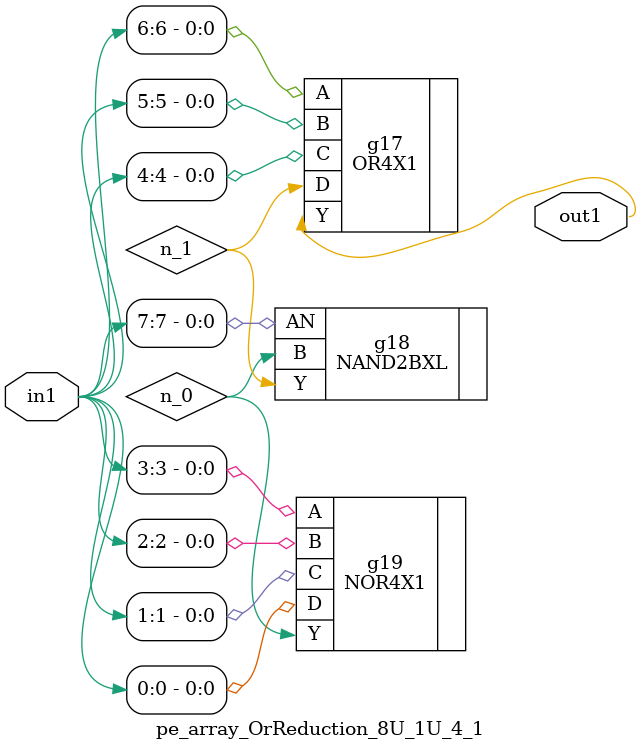
<source format=v>
`timescale 1ps / 1ps


module pe_array_OrReduction_8U_1U_4_1(in1, out1);
  input [7:0] in1;
  output out1;
  wire [7:0] in1;
  wire out1;
  wire n_0, n_1;
  OR4X1 g17(.A (in1[6]), .B (in1[5]), .C (in1[4]), .D (n_1), .Y (out1));
  NAND2BXL g18(.AN (in1[7]), .B (n_0), .Y (n_1));
  NOR4X1 g19(.A (in1[3]), .B (in1[2]), .C (in1[1]), .D (in1[0]), .Y
       (n_0));
endmodule



</source>
